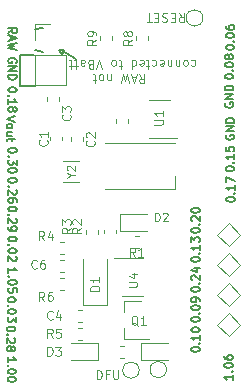
<source format=gbr>
G04 #@! TF.GenerationSoftware,KiCad,Pcbnew,(5.1.10)-1*
G04 #@! TF.CreationDate,2021-09-27T22:25:22-06:00*
G04 #@! TF.ProjectId,BlueMicro833_vddh,426c7565-4d69-4637-926f-3833335f7664,rev?*
G04 #@! TF.SameCoordinates,Original*
G04 #@! TF.FileFunction,Legend,Top*
G04 #@! TF.FilePolarity,Positive*
%FSLAX46Y46*%
G04 Gerber Fmt 4.6, Leading zero omitted, Abs format (unit mm)*
G04 Created by KiCad (PCBNEW (5.1.10)-1) date 2021-09-27 22:25:22*
%MOMM*%
%LPD*%
G01*
G04 APERTURE LIST*
%ADD10C,0.200000*%
%ADD11C,0.150000*%
%ADD12C,0.100000*%
%ADD13C,0.120000*%
G04 APERTURE END LIST*
D10*
X97197533Y-113368775D02*
X96562533Y-113241775D01*
D11*
X95292533Y-116289775D02*
X96562533Y-116289775D01*
X95292533Y-113622775D02*
X95292533Y-116289775D01*
D10*
X98975533Y-113241775D02*
X98848533Y-113622775D01*
X98594533Y-113241775D02*
X98975533Y-113241775D01*
X98594533Y-113241775D02*
X98848533Y-113622775D01*
X98721533Y-113241775D02*
X99991533Y-114003775D01*
D12*
X105371104Y-115292989D02*
X105621104Y-115650132D01*
X105799675Y-115292989D02*
X105799675Y-116042989D01*
X105513961Y-116042989D01*
X105442532Y-116007275D01*
X105406818Y-115971560D01*
X105371104Y-115900132D01*
X105371104Y-115792989D01*
X105406818Y-115721560D01*
X105442532Y-115685846D01*
X105513961Y-115650132D01*
X105799675Y-115650132D01*
X105085390Y-115507275D02*
X104728247Y-115507275D01*
X105156818Y-115292989D02*
X104906818Y-116042989D01*
X104656818Y-115292989D01*
X104478247Y-116042989D02*
X104299675Y-115292989D01*
X104156818Y-115828703D01*
X104013961Y-115292989D01*
X103835390Y-116042989D01*
X102978247Y-115792989D02*
X102978247Y-115292989D01*
X102978247Y-115721560D02*
X102942532Y-115757275D01*
X102871104Y-115792989D01*
X102763961Y-115792989D01*
X102692532Y-115757275D01*
X102656818Y-115685846D01*
X102656818Y-115292989D01*
X102192532Y-115292989D02*
X102263961Y-115328703D01*
X102299675Y-115364417D01*
X102335390Y-115435846D01*
X102335390Y-115650132D01*
X102299675Y-115721560D01*
X102263961Y-115757275D01*
X102192532Y-115792989D01*
X102085390Y-115792989D01*
X102013961Y-115757275D01*
X101978247Y-115721560D01*
X101942532Y-115650132D01*
X101942532Y-115435846D01*
X101978247Y-115364417D01*
X102013961Y-115328703D01*
X102085390Y-115292989D01*
X102192532Y-115292989D01*
X101728247Y-115792989D02*
X101442532Y-115792989D01*
X101621104Y-116042989D02*
X101621104Y-115400132D01*
X101585390Y-115328703D01*
X101513961Y-115292989D01*
X101442532Y-115292989D01*
X109763961Y-114103703D02*
X109835390Y-114067989D01*
X109978247Y-114067989D01*
X110049675Y-114103703D01*
X110085390Y-114139417D01*
X110121104Y-114210846D01*
X110121104Y-114425132D01*
X110085390Y-114496560D01*
X110049675Y-114532275D01*
X109978247Y-114567989D01*
X109835390Y-114567989D01*
X109763961Y-114532275D01*
X109335390Y-114067989D02*
X109406818Y-114103703D01*
X109442533Y-114139417D01*
X109478247Y-114210846D01*
X109478247Y-114425132D01*
X109442533Y-114496560D01*
X109406818Y-114532275D01*
X109335390Y-114567989D01*
X109228247Y-114567989D01*
X109156818Y-114532275D01*
X109121104Y-114496560D01*
X109085390Y-114425132D01*
X109085390Y-114210846D01*
X109121104Y-114139417D01*
X109156818Y-114103703D01*
X109228247Y-114067989D01*
X109335390Y-114067989D01*
X108763961Y-114567989D02*
X108763961Y-114067989D01*
X108763961Y-114496560D02*
X108728247Y-114532275D01*
X108656818Y-114567989D01*
X108549675Y-114567989D01*
X108478247Y-114532275D01*
X108442533Y-114460846D01*
X108442533Y-114067989D01*
X108085390Y-114567989D02*
X108085390Y-114067989D01*
X108085390Y-114496560D02*
X108049675Y-114532275D01*
X107978247Y-114567989D01*
X107871104Y-114567989D01*
X107799675Y-114532275D01*
X107763961Y-114460846D01*
X107763961Y-114067989D01*
X107121104Y-114103703D02*
X107192533Y-114067989D01*
X107335390Y-114067989D01*
X107406818Y-114103703D01*
X107442533Y-114175132D01*
X107442533Y-114460846D01*
X107406818Y-114532275D01*
X107335390Y-114567989D01*
X107192533Y-114567989D01*
X107121104Y-114532275D01*
X107085390Y-114460846D01*
X107085390Y-114389417D01*
X107442533Y-114317989D01*
X106442533Y-114103703D02*
X106513961Y-114067989D01*
X106656818Y-114067989D01*
X106728247Y-114103703D01*
X106763961Y-114139417D01*
X106799675Y-114210846D01*
X106799675Y-114425132D01*
X106763961Y-114496560D01*
X106728247Y-114532275D01*
X106656818Y-114567989D01*
X106513961Y-114567989D01*
X106442533Y-114532275D01*
X106228247Y-114567989D02*
X105942533Y-114567989D01*
X106121104Y-114817989D02*
X106121104Y-114175132D01*
X106085390Y-114103703D01*
X106013961Y-114067989D01*
X105942533Y-114067989D01*
X105406818Y-114103703D02*
X105478247Y-114067989D01*
X105621104Y-114067989D01*
X105692533Y-114103703D01*
X105728247Y-114175132D01*
X105728247Y-114460846D01*
X105692533Y-114532275D01*
X105621104Y-114567989D01*
X105478247Y-114567989D01*
X105406818Y-114532275D01*
X105371104Y-114460846D01*
X105371104Y-114389417D01*
X105728247Y-114317989D01*
X104728247Y-114067989D02*
X104728247Y-114817989D01*
X104728247Y-114103703D02*
X104799675Y-114067989D01*
X104942533Y-114067989D01*
X105013961Y-114103703D01*
X105049675Y-114139417D01*
X105085390Y-114210846D01*
X105085390Y-114425132D01*
X105049675Y-114496560D01*
X105013961Y-114532275D01*
X104942533Y-114567989D01*
X104799675Y-114567989D01*
X104728247Y-114532275D01*
X103906818Y-114567989D02*
X103621104Y-114567989D01*
X103799675Y-114817989D02*
X103799675Y-114175132D01*
X103763961Y-114103703D01*
X103692533Y-114067989D01*
X103621104Y-114067989D01*
X103263961Y-114067989D02*
X103335390Y-114103703D01*
X103371104Y-114139417D01*
X103406818Y-114210846D01*
X103406818Y-114425132D01*
X103371104Y-114496560D01*
X103335390Y-114532275D01*
X103263961Y-114567989D01*
X103156818Y-114567989D01*
X103085390Y-114532275D01*
X103049675Y-114496560D01*
X103013961Y-114425132D01*
X103013961Y-114210846D01*
X103049675Y-114139417D01*
X103085390Y-114103703D01*
X103156818Y-114067989D01*
X103263961Y-114067989D01*
X102228247Y-114817989D02*
X101978247Y-114067989D01*
X101728247Y-114817989D01*
X101228247Y-114460846D02*
X101121104Y-114425132D01*
X101085390Y-114389417D01*
X101049675Y-114317989D01*
X101049675Y-114210846D01*
X101085390Y-114139417D01*
X101121104Y-114103703D01*
X101192533Y-114067989D01*
X101478247Y-114067989D01*
X101478247Y-114817989D01*
X101228247Y-114817989D01*
X101156818Y-114782275D01*
X101121104Y-114746560D01*
X101085390Y-114675132D01*
X101085390Y-114603703D01*
X101121104Y-114532275D01*
X101156818Y-114496560D01*
X101228247Y-114460846D01*
X101478247Y-114460846D01*
X100406818Y-114067989D02*
X100406818Y-114460846D01*
X100442533Y-114532275D01*
X100513961Y-114567989D01*
X100656818Y-114567989D01*
X100728247Y-114532275D01*
X100406818Y-114103703D02*
X100478247Y-114067989D01*
X100656818Y-114067989D01*
X100728247Y-114103703D01*
X100763961Y-114175132D01*
X100763961Y-114246560D01*
X100728247Y-114317989D01*
X100656818Y-114353703D01*
X100478247Y-114353703D01*
X100406818Y-114389417D01*
X100156818Y-114567989D02*
X99871104Y-114567989D01*
X100049675Y-114817989D02*
X100049675Y-114175132D01*
X100013961Y-114103703D01*
X99942533Y-114067989D01*
X99871104Y-114067989D01*
X99728247Y-114567989D02*
X99442533Y-114567989D01*
X99621104Y-114817989D02*
X99621104Y-114175132D01*
X99585390Y-114103703D01*
X99513961Y-114067989D01*
X99442533Y-114067989D01*
D10*
X97197533Y-111336775D02*
X96562533Y-111463775D01*
D11*
X95292533Y-113622775D02*
X96435533Y-113622775D01*
D12*
X101773218Y-141089260D02*
X101773218Y-140339260D01*
X101951790Y-140339260D01*
X102058933Y-140374975D01*
X102130361Y-140446403D01*
X102166075Y-140517832D01*
X102201790Y-140660689D01*
X102201790Y-140767832D01*
X102166075Y-140910689D01*
X102130361Y-140982117D01*
X102058933Y-141053546D01*
X101951790Y-141089260D01*
X101773218Y-141089260D01*
X102773218Y-140696403D02*
X102523218Y-140696403D01*
X102523218Y-141089260D02*
X102523218Y-140339260D01*
X102880361Y-140339260D01*
X103166075Y-140339260D02*
X103166075Y-140946403D01*
X103201790Y-141017832D01*
X103237504Y-141053546D01*
X103308933Y-141089260D01*
X103451790Y-141089260D01*
X103523218Y-141053546D01*
X103558933Y-141017832D01*
X103594647Y-140946403D01*
X103594647Y-140339260D01*
X108700818Y-110108489D02*
X108950818Y-110465632D01*
X109129390Y-110108489D02*
X109129390Y-110858489D01*
X108843675Y-110858489D01*
X108772247Y-110822775D01*
X108736533Y-110787060D01*
X108700818Y-110715632D01*
X108700818Y-110608489D01*
X108736533Y-110537060D01*
X108772247Y-110501346D01*
X108843675Y-110465632D01*
X109129390Y-110465632D01*
X108379390Y-110501346D02*
X108129390Y-110501346D01*
X108022247Y-110108489D02*
X108379390Y-110108489D01*
X108379390Y-110858489D01*
X108022247Y-110858489D01*
X107736533Y-110144203D02*
X107629390Y-110108489D01*
X107450818Y-110108489D01*
X107379390Y-110144203D01*
X107343675Y-110179917D01*
X107307961Y-110251346D01*
X107307961Y-110322775D01*
X107343675Y-110394203D01*
X107379390Y-110429917D01*
X107450818Y-110465632D01*
X107593675Y-110501346D01*
X107665104Y-110537060D01*
X107700818Y-110572775D01*
X107736533Y-110644203D01*
X107736533Y-110715632D01*
X107700818Y-110787060D01*
X107665104Y-110822775D01*
X107593675Y-110858489D01*
X107415104Y-110858489D01*
X107307961Y-110822775D01*
X106986533Y-110501346D02*
X106736533Y-110501346D01*
X106629390Y-110108489D02*
X106986533Y-110108489D01*
X106986533Y-110858489D01*
X106629390Y-110858489D01*
X106415104Y-110858489D02*
X105986533Y-110858489D01*
X106200818Y-110108489D02*
X106200818Y-110858489D01*
D13*
X103393133Y-119402155D02*
X103393133Y-119120995D01*
X104413133Y-119402155D02*
X104413133Y-119120995D01*
X102477133Y-121070775D02*
X108377133Y-121070775D01*
X102477133Y-124970775D02*
X108377133Y-124970775D01*
X108377133Y-124970775D02*
X108377133Y-123895775D01*
X101832033Y-138033775D02*
X99547033Y-138033775D01*
X101832033Y-139503775D02*
X101832033Y-138033775D01*
X99547033Y-139503775D02*
X101832033Y-139503775D01*
X103713533Y-128581775D02*
X105998533Y-128581775D01*
X103713533Y-127111775D02*
X103713533Y-128581775D01*
X105998533Y-127111775D02*
X103713533Y-127111775D01*
X100285533Y-124403775D02*
X98935533Y-124403775D01*
X100285533Y-122653775D02*
X98935533Y-122653775D01*
X105717533Y-130808775D02*
X103267533Y-130808775D01*
X103917533Y-134028775D02*
X105717533Y-134028775D01*
X105517034Y-139503775D02*
X107802034Y-139503775D01*
X105517034Y-138033775D02*
X105517034Y-139503775D01*
X107802034Y-138033775D02*
X105517034Y-138033775D01*
X98850533Y-120897554D02*
X98850533Y-120571996D01*
X97830533Y-120897554D02*
X97830533Y-120571996D01*
X99608533Y-120597497D02*
X99608533Y-120923055D01*
X100628533Y-120597497D02*
X100628533Y-120923055D01*
X98596533Y-117570054D02*
X98596533Y-117244496D01*
X97576533Y-117570054D02*
X97576533Y-117244496D01*
X100509812Y-136230775D02*
X100184254Y-136230775D01*
X100509812Y-135210775D02*
X100184254Y-135210775D01*
X98685754Y-131019775D02*
X99011312Y-131019775D01*
X98685754Y-132039775D02*
X99011312Y-132039775D01*
X105010254Y-128987775D02*
X105335812Y-128987775D01*
X105010254Y-130007775D02*
X105335812Y-130007775D01*
X102402533Y-128771554D02*
X102402533Y-128445996D01*
X103422533Y-128771554D02*
X103422533Y-128445996D01*
X101898533Y-128797060D02*
X101898533Y-128471502D01*
X100878533Y-128797060D02*
X100878533Y-128471502D01*
X99011312Y-129495775D02*
X98685754Y-129495775D01*
X99011312Y-130515775D02*
X98685754Y-130515775D01*
X100509812Y-137754775D02*
X100184254Y-137754775D01*
X100509812Y-136734775D02*
X100184254Y-136734775D01*
X98685754Y-133563775D02*
X99011312Y-133563775D01*
X98685754Y-132543775D02*
X99011312Y-132543775D01*
X104091312Y-138258775D02*
X103765754Y-138258775D01*
X104091312Y-139278775D02*
X103765754Y-139278775D01*
X100642533Y-134796775D02*
X100642533Y-130896775D01*
X102642533Y-134796775D02*
X102642533Y-130896775D01*
X100642533Y-134796775D02*
X102642533Y-134796775D01*
X104057533Y-134521775D02*
X105517533Y-134521775D01*
X104057533Y-137681775D02*
X106217533Y-137681775D01*
X104057533Y-137681775D02*
X104057533Y-136751775D01*
X104057533Y-134521775D02*
X104057533Y-135451775D01*
X107676533Y-140292775D02*
G75*
G03*
X107676533Y-140292775I-700000J0D01*
G01*
X105365133Y-140343575D02*
G75*
G03*
X105365133Y-140343575I-700000J0D01*
G01*
X110749933Y-110523975D02*
G75*
G03*
X110749933Y-110523975I-700000J0D01*
G01*
X111955584Y-133942775D02*
X112945533Y-132952826D01*
X112945533Y-132952826D02*
X113935482Y-133942775D01*
X113935482Y-133942775D02*
X112945533Y-134932724D01*
X112945533Y-134932724D02*
X111955584Y-133942775D01*
X112945533Y-137472724D02*
X111955584Y-136482775D01*
X113935482Y-136482775D02*
X112945533Y-137472724D01*
X112945533Y-135492826D02*
X113935482Y-136482775D01*
X111955584Y-136482775D02*
X112945533Y-135492826D01*
X112945533Y-129852724D02*
X111955584Y-128862775D01*
X113935482Y-128862775D02*
X112945533Y-129852724D01*
X112945533Y-127872826D02*
X113935482Y-128862775D01*
X111955584Y-128862775D02*
X112945533Y-127872826D01*
X111955584Y-131402775D02*
X112945533Y-130412826D01*
X112945533Y-130412826D02*
X113935482Y-131402775D01*
X113935482Y-131402775D02*
X112945533Y-132392724D01*
X112945533Y-132392724D02*
X111955584Y-131402775D01*
X106089533Y-112388554D02*
X106089533Y-112062996D01*
X105069533Y-112388554D02*
X105069533Y-112062996D01*
X102021533Y-112388554D02*
X102021533Y-112062996D01*
X103041533Y-112388554D02*
X103041533Y-112062996D01*
X106152733Y-120719175D02*
X108602733Y-120719175D01*
X107952733Y-117499175D02*
X106152733Y-117499175D01*
X96502533Y-111022775D02*
X97832533Y-111022775D01*
X96502533Y-112352775D02*
X96502533Y-111022775D01*
X96502533Y-113622775D02*
X99162533Y-113622775D01*
X99162533Y-113622775D02*
X99162533Y-116222775D01*
X96502533Y-113622775D02*
X96502533Y-116222775D01*
X96502533Y-116222775D02*
X99162533Y-116222775D01*
D11*
X94277366Y-111805941D02*
X94610699Y-111572608D01*
X94277366Y-111405941D02*
X94977366Y-111405941D01*
X94977366Y-111672608D01*
X94944033Y-111739275D01*
X94910699Y-111772608D01*
X94844033Y-111805941D01*
X94744033Y-111805941D01*
X94677366Y-111772608D01*
X94644033Y-111739275D01*
X94610699Y-111672608D01*
X94610699Y-111405941D01*
X94477366Y-112072608D02*
X94477366Y-112405941D01*
X94277366Y-112005941D02*
X94977366Y-112239275D01*
X94277366Y-112472608D01*
X94977366Y-112639275D02*
X94277366Y-112805941D01*
X94777366Y-112939275D01*
X94277366Y-113072608D01*
X94977366Y-113239275D01*
X94944033Y-114295941D02*
X94977366Y-114229275D01*
X94977366Y-114129275D01*
X94944033Y-114029275D01*
X94877366Y-113962608D01*
X94810699Y-113929275D01*
X94677366Y-113895941D01*
X94577366Y-113895941D01*
X94444033Y-113929275D01*
X94377366Y-113962608D01*
X94310699Y-114029275D01*
X94277366Y-114129275D01*
X94277366Y-114195941D01*
X94310699Y-114295941D01*
X94344033Y-114329275D01*
X94577366Y-114329275D01*
X94577366Y-114195941D01*
X94277366Y-114629275D02*
X94977366Y-114629275D01*
X94277366Y-115029275D01*
X94977366Y-115029275D01*
X94277366Y-115362608D02*
X94977366Y-115362608D01*
X94977366Y-115529275D01*
X94944033Y-115629275D01*
X94877366Y-115695941D01*
X94810699Y-115729275D01*
X94677366Y-115762608D01*
X94577366Y-115762608D01*
X94444033Y-115729275D01*
X94377366Y-115695941D01*
X94310699Y-115629275D01*
X94277366Y-115529275D01*
X94277366Y-115362608D01*
X94977366Y-116566108D02*
X94977366Y-116632775D01*
X94944033Y-116699441D01*
X94910699Y-116732775D01*
X94844033Y-116766108D01*
X94710699Y-116799441D01*
X94544033Y-116799441D01*
X94410699Y-116766108D01*
X94344033Y-116732775D01*
X94310699Y-116699441D01*
X94277366Y-116632775D01*
X94277366Y-116566108D01*
X94310699Y-116499441D01*
X94344033Y-116466108D01*
X94410699Y-116432775D01*
X94544033Y-116399441D01*
X94710699Y-116399441D01*
X94844033Y-116432775D01*
X94910699Y-116466108D01*
X94944033Y-116499441D01*
X94977366Y-116566108D01*
X94344033Y-117099441D02*
X94310699Y-117132775D01*
X94277366Y-117099441D01*
X94310699Y-117066108D01*
X94344033Y-117099441D01*
X94277366Y-117099441D01*
X94277366Y-117799441D02*
X94277366Y-117399441D01*
X94277366Y-117599441D02*
X94977366Y-117599441D01*
X94877366Y-117532775D01*
X94810699Y-117466108D01*
X94777366Y-117399441D01*
X94677366Y-118199441D02*
X94710699Y-118132775D01*
X94744033Y-118099441D01*
X94810699Y-118066108D01*
X94844033Y-118066108D01*
X94910699Y-118099441D01*
X94944033Y-118132775D01*
X94977366Y-118199441D01*
X94977366Y-118332775D01*
X94944033Y-118399441D01*
X94910699Y-118432775D01*
X94844033Y-118466108D01*
X94810699Y-118466108D01*
X94744033Y-118432775D01*
X94710699Y-118399441D01*
X94677366Y-118332775D01*
X94677366Y-118199441D01*
X94644033Y-118132775D01*
X94610699Y-118099441D01*
X94544033Y-118066108D01*
X94410699Y-118066108D01*
X94344033Y-118099441D01*
X94310699Y-118132775D01*
X94277366Y-118199441D01*
X94277366Y-118332775D01*
X94310699Y-118399441D01*
X94344033Y-118432775D01*
X94410699Y-118466108D01*
X94544033Y-118466108D01*
X94610699Y-118432775D01*
X94644033Y-118399441D01*
X94677366Y-118332775D01*
X94850366Y-118842608D02*
X94150366Y-119075941D01*
X94850366Y-119309275D01*
X94150366Y-119642608D02*
X94183699Y-119575941D01*
X94217033Y-119542608D01*
X94283699Y-119509275D01*
X94483699Y-119509275D01*
X94550366Y-119542608D01*
X94583699Y-119575941D01*
X94617033Y-119642608D01*
X94617033Y-119742608D01*
X94583699Y-119809275D01*
X94550366Y-119842608D01*
X94483699Y-119875941D01*
X94283699Y-119875941D01*
X94217033Y-119842608D01*
X94183699Y-119809275D01*
X94150366Y-119742608D01*
X94150366Y-119642608D01*
X94617033Y-120475941D02*
X94150366Y-120475941D01*
X94617033Y-120175941D02*
X94250366Y-120175941D01*
X94183699Y-120209275D01*
X94150366Y-120275941D01*
X94150366Y-120375941D01*
X94183699Y-120442608D01*
X94217033Y-120475941D01*
X94617033Y-120709275D02*
X94617033Y-120975941D01*
X94850366Y-120809275D02*
X94250366Y-120809275D01*
X94183699Y-120842608D01*
X94150366Y-120909275D01*
X94150366Y-120975941D01*
X94977366Y-121709608D02*
X94977366Y-121776275D01*
X94944033Y-121842941D01*
X94910699Y-121876275D01*
X94844033Y-121909608D01*
X94710699Y-121942941D01*
X94544033Y-121942941D01*
X94410699Y-121909608D01*
X94344033Y-121876275D01*
X94310699Y-121842941D01*
X94277366Y-121776275D01*
X94277366Y-121709608D01*
X94310699Y-121642941D01*
X94344033Y-121609608D01*
X94410699Y-121576275D01*
X94544033Y-121542941D01*
X94710699Y-121542941D01*
X94844033Y-121576275D01*
X94910699Y-121609608D01*
X94944033Y-121642941D01*
X94977366Y-121709608D01*
X94344033Y-122242941D02*
X94310699Y-122276275D01*
X94277366Y-122242941D01*
X94310699Y-122209608D01*
X94344033Y-122242941D01*
X94277366Y-122242941D01*
X94977366Y-122509608D02*
X94977366Y-122942941D01*
X94710699Y-122709608D01*
X94710699Y-122809608D01*
X94677366Y-122876275D01*
X94644033Y-122909608D01*
X94577366Y-122942941D01*
X94410699Y-122942941D01*
X94344033Y-122909608D01*
X94310699Y-122876275D01*
X94277366Y-122809608D01*
X94277366Y-122609608D01*
X94310699Y-122542941D01*
X94344033Y-122509608D01*
X94977366Y-123376275D02*
X94977366Y-123442941D01*
X94944033Y-123509608D01*
X94910699Y-123542941D01*
X94844033Y-123576275D01*
X94710699Y-123609608D01*
X94544033Y-123609608D01*
X94410699Y-123576275D01*
X94344033Y-123542941D01*
X94310699Y-123509608D01*
X94277366Y-123442941D01*
X94277366Y-123376275D01*
X94310699Y-123309608D01*
X94344033Y-123276275D01*
X94410699Y-123242941D01*
X94544033Y-123209608D01*
X94710699Y-123209608D01*
X94844033Y-123242941D01*
X94910699Y-123276275D01*
X94944033Y-123309608D01*
X94977366Y-123376275D01*
X94977366Y-124249608D02*
X94977366Y-124316275D01*
X94944033Y-124382941D01*
X94910699Y-124416275D01*
X94844033Y-124449608D01*
X94710699Y-124482941D01*
X94544033Y-124482941D01*
X94410699Y-124449608D01*
X94344033Y-124416275D01*
X94310699Y-124382941D01*
X94277366Y-124316275D01*
X94277366Y-124249608D01*
X94310699Y-124182941D01*
X94344033Y-124149608D01*
X94410699Y-124116275D01*
X94544033Y-124082941D01*
X94710699Y-124082941D01*
X94844033Y-124116275D01*
X94910699Y-124149608D01*
X94944033Y-124182941D01*
X94977366Y-124249608D01*
X94344033Y-124782941D02*
X94310699Y-124816275D01*
X94277366Y-124782941D01*
X94310699Y-124749608D01*
X94344033Y-124782941D01*
X94277366Y-124782941D01*
X94910699Y-125082941D02*
X94944033Y-125116275D01*
X94977366Y-125182941D01*
X94977366Y-125349608D01*
X94944033Y-125416275D01*
X94910699Y-125449608D01*
X94844033Y-125482941D01*
X94777366Y-125482941D01*
X94677366Y-125449608D01*
X94277366Y-125049608D01*
X94277366Y-125482941D01*
X94977366Y-126082941D02*
X94977366Y-125949608D01*
X94944033Y-125882941D01*
X94910699Y-125849608D01*
X94810699Y-125782941D01*
X94677366Y-125749608D01*
X94410699Y-125749608D01*
X94344033Y-125782941D01*
X94310699Y-125816275D01*
X94277366Y-125882941D01*
X94277366Y-126016275D01*
X94310699Y-126082941D01*
X94344033Y-126116275D01*
X94410699Y-126149608D01*
X94577366Y-126149608D01*
X94644033Y-126116275D01*
X94677366Y-126082941D01*
X94710699Y-126016275D01*
X94710699Y-125882941D01*
X94677366Y-125816275D01*
X94644033Y-125782941D01*
X94577366Y-125749608D01*
X94977366Y-129202608D02*
X94977366Y-129269275D01*
X94944033Y-129335941D01*
X94910699Y-129369275D01*
X94844033Y-129402608D01*
X94710699Y-129435941D01*
X94544033Y-129435941D01*
X94410699Y-129402608D01*
X94344033Y-129369275D01*
X94310699Y-129335941D01*
X94277366Y-129269275D01*
X94277366Y-129202608D01*
X94310699Y-129135941D01*
X94344033Y-129102608D01*
X94410699Y-129069275D01*
X94544033Y-129035941D01*
X94710699Y-129035941D01*
X94844033Y-129069275D01*
X94910699Y-129102608D01*
X94944033Y-129135941D01*
X94977366Y-129202608D01*
X94344033Y-129735941D02*
X94310699Y-129769275D01*
X94277366Y-129735941D01*
X94310699Y-129702608D01*
X94344033Y-129735941D01*
X94277366Y-129735941D01*
X94977366Y-130202608D02*
X94977366Y-130269275D01*
X94944033Y-130335941D01*
X94910699Y-130369275D01*
X94844033Y-130402608D01*
X94710699Y-130435941D01*
X94544033Y-130435941D01*
X94410699Y-130402608D01*
X94344033Y-130369275D01*
X94310699Y-130335941D01*
X94277366Y-130269275D01*
X94277366Y-130202608D01*
X94310699Y-130135941D01*
X94344033Y-130102608D01*
X94410699Y-130069275D01*
X94544033Y-130035941D01*
X94710699Y-130035941D01*
X94844033Y-130069275D01*
X94910699Y-130102608D01*
X94944033Y-130135941D01*
X94977366Y-130202608D01*
X94910699Y-130702608D02*
X94944033Y-130735941D01*
X94977366Y-130802608D01*
X94977366Y-130969275D01*
X94944033Y-131035941D01*
X94910699Y-131069275D01*
X94844033Y-131102608D01*
X94777366Y-131102608D01*
X94677366Y-131069275D01*
X94277366Y-130669275D01*
X94277366Y-131102608D01*
X94977366Y-126662608D02*
X94977366Y-126729275D01*
X94944033Y-126795941D01*
X94910699Y-126829275D01*
X94844033Y-126862608D01*
X94710699Y-126895941D01*
X94544033Y-126895941D01*
X94410699Y-126862608D01*
X94344033Y-126829275D01*
X94310699Y-126795941D01*
X94277366Y-126729275D01*
X94277366Y-126662608D01*
X94310699Y-126595941D01*
X94344033Y-126562608D01*
X94410699Y-126529275D01*
X94544033Y-126495941D01*
X94710699Y-126495941D01*
X94844033Y-126529275D01*
X94910699Y-126562608D01*
X94944033Y-126595941D01*
X94977366Y-126662608D01*
X94344033Y-127195941D02*
X94310699Y-127229275D01*
X94277366Y-127195941D01*
X94310699Y-127162608D01*
X94344033Y-127195941D01*
X94277366Y-127195941D01*
X94910699Y-127495941D02*
X94944033Y-127529275D01*
X94977366Y-127595941D01*
X94977366Y-127762608D01*
X94944033Y-127829275D01*
X94910699Y-127862608D01*
X94844033Y-127895941D01*
X94777366Y-127895941D01*
X94677366Y-127862608D01*
X94277366Y-127462608D01*
X94277366Y-127895941D01*
X94277366Y-128229275D02*
X94277366Y-128362608D01*
X94310699Y-128429275D01*
X94344033Y-128462608D01*
X94444033Y-128529275D01*
X94577366Y-128562608D01*
X94844033Y-128562608D01*
X94910699Y-128529275D01*
X94944033Y-128495941D01*
X94977366Y-128429275D01*
X94977366Y-128295941D01*
X94944033Y-128229275D01*
X94910699Y-128195941D01*
X94844033Y-128162608D01*
X94677366Y-128162608D01*
X94610699Y-128195941D01*
X94577366Y-128229275D01*
X94544033Y-128295941D01*
X94544033Y-128429275D01*
X94577366Y-128495941D01*
X94610699Y-128529275D01*
X94677366Y-128562608D01*
X94277366Y-132102941D02*
X94277366Y-131702941D01*
X94277366Y-131902941D02*
X94977366Y-131902941D01*
X94877366Y-131836275D01*
X94810699Y-131769608D01*
X94777366Y-131702941D01*
X94344033Y-132402941D02*
X94310699Y-132436275D01*
X94277366Y-132402941D01*
X94310699Y-132369608D01*
X94344033Y-132402941D01*
X94277366Y-132402941D01*
X94977366Y-132869608D02*
X94977366Y-132936275D01*
X94944033Y-133002941D01*
X94910699Y-133036275D01*
X94844033Y-133069608D01*
X94710699Y-133102941D01*
X94544033Y-133102941D01*
X94410699Y-133069608D01*
X94344033Y-133036275D01*
X94310699Y-133002941D01*
X94277366Y-132936275D01*
X94277366Y-132869608D01*
X94310699Y-132802941D01*
X94344033Y-132769608D01*
X94410699Y-132736275D01*
X94544033Y-132702941D01*
X94710699Y-132702941D01*
X94844033Y-132736275D01*
X94910699Y-132769608D01*
X94944033Y-132802941D01*
X94977366Y-132869608D01*
X94977366Y-133736275D02*
X94977366Y-133402941D01*
X94644033Y-133369608D01*
X94677366Y-133402941D01*
X94710699Y-133469608D01*
X94710699Y-133636275D01*
X94677366Y-133702941D01*
X94644033Y-133736275D01*
X94577366Y-133769608D01*
X94410699Y-133769608D01*
X94344033Y-133736275D01*
X94310699Y-133702941D01*
X94277366Y-133636275D01*
X94277366Y-133469608D01*
X94310699Y-133402941D01*
X94344033Y-133369608D01*
X94913866Y-134346108D02*
X94913866Y-134412775D01*
X94880533Y-134479441D01*
X94847199Y-134512775D01*
X94780533Y-134546108D01*
X94647199Y-134579441D01*
X94480533Y-134579441D01*
X94347199Y-134546108D01*
X94280533Y-134512775D01*
X94247199Y-134479441D01*
X94213866Y-134412775D01*
X94213866Y-134346108D01*
X94247199Y-134279441D01*
X94280533Y-134246108D01*
X94347199Y-134212775D01*
X94480533Y-134179441D01*
X94647199Y-134179441D01*
X94780533Y-134212775D01*
X94847199Y-134246108D01*
X94880533Y-134279441D01*
X94913866Y-134346108D01*
X94280533Y-134879441D02*
X94247199Y-134912775D01*
X94213866Y-134879441D01*
X94247199Y-134846108D01*
X94280533Y-134879441D01*
X94213866Y-134879441D01*
X94913866Y-135346108D02*
X94913866Y-135412775D01*
X94880533Y-135479441D01*
X94847199Y-135512775D01*
X94780533Y-135546108D01*
X94647199Y-135579441D01*
X94480533Y-135579441D01*
X94347199Y-135546108D01*
X94280533Y-135512775D01*
X94247199Y-135479441D01*
X94213866Y-135412775D01*
X94213866Y-135346108D01*
X94247199Y-135279441D01*
X94280533Y-135246108D01*
X94347199Y-135212775D01*
X94480533Y-135179441D01*
X94647199Y-135179441D01*
X94780533Y-135212775D01*
X94847199Y-135246108D01*
X94880533Y-135279441D01*
X94913866Y-135346108D01*
X94913866Y-135812775D02*
X94913866Y-136246108D01*
X94647199Y-136012775D01*
X94647199Y-136112775D01*
X94613866Y-136179441D01*
X94580533Y-136212775D01*
X94513866Y-136246108D01*
X94347199Y-136246108D01*
X94280533Y-136212775D01*
X94247199Y-136179441D01*
X94213866Y-136112775D01*
X94213866Y-135912775D01*
X94247199Y-135846108D01*
X94280533Y-135812775D01*
X94850366Y-136822608D02*
X94850366Y-136889275D01*
X94817033Y-136955941D01*
X94783699Y-136989275D01*
X94717033Y-137022608D01*
X94583699Y-137055941D01*
X94417033Y-137055941D01*
X94283699Y-137022608D01*
X94217033Y-136989275D01*
X94183699Y-136955941D01*
X94150366Y-136889275D01*
X94150366Y-136822608D01*
X94183699Y-136755941D01*
X94217033Y-136722608D01*
X94283699Y-136689275D01*
X94417033Y-136655941D01*
X94583699Y-136655941D01*
X94717033Y-136689275D01*
X94783699Y-136722608D01*
X94817033Y-136755941D01*
X94850366Y-136822608D01*
X94217033Y-137355941D02*
X94183699Y-137389275D01*
X94150366Y-137355941D01*
X94183699Y-137322608D01*
X94217033Y-137355941D01*
X94150366Y-137355941D01*
X94783699Y-137655941D02*
X94817033Y-137689275D01*
X94850366Y-137755941D01*
X94850366Y-137922608D01*
X94817033Y-137989275D01*
X94783699Y-138022608D01*
X94717033Y-138055941D01*
X94650366Y-138055941D01*
X94550366Y-138022608D01*
X94150366Y-137622608D01*
X94150366Y-138055941D01*
X94550366Y-138455941D02*
X94583699Y-138389275D01*
X94617033Y-138355941D01*
X94683699Y-138322608D01*
X94717033Y-138322608D01*
X94783699Y-138355941D01*
X94817033Y-138389275D01*
X94850366Y-138455941D01*
X94850366Y-138589275D01*
X94817033Y-138655941D01*
X94783699Y-138689275D01*
X94717033Y-138722608D01*
X94683699Y-138722608D01*
X94617033Y-138689275D01*
X94583699Y-138655941D01*
X94550366Y-138589275D01*
X94550366Y-138455941D01*
X94517033Y-138389275D01*
X94483699Y-138355941D01*
X94417033Y-138322608D01*
X94283699Y-138322608D01*
X94217033Y-138355941D01*
X94183699Y-138389275D01*
X94150366Y-138455941D01*
X94150366Y-138589275D01*
X94183699Y-138655941D01*
X94217033Y-138689275D01*
X94283699Y-138722608D01*
X94417033Y-138722608D01*
X94483699Y-138689275D01*
X94517033Y-138655941D01*
X94550366Y-138589275D01*
X94213866Y-139659441D02*
X94213866Y-139259441D01*
X94213866Y-139459441D02*
X94913866Y-139459441D01*
X94813866Y-139392775D01*
X94747199Y-139326108D01*
X94713866Y-139259441D01*
X94280533Y-139959441D02*
X94247199Y-139992775D01*
X94213866Y-139959441D01*
X94247199Y-139926108D01*
X94280533Y-139959441D01*
X94213866Y-139959441D01*
X94913866Y-140426108D02*
X94913866Y-140492775D01*
X94880533Y-140559441D01*
X94847199Y-140592775D01*
X94780533Y-140626108D01*
X94647199Y-140659441D01*
X94480533Y-140659441D01*
X94347199Y-140626108D01*
X94280533Y-140592775D01*
X94247199Y-140559441D01*
X94213866Y-140492775D01*
X94213866Y-140426108D01*
X94247199Y-140359441D01*
X94280533Y-140326108D01*
X94347199Y-140292775D01*
X94480533Y-140259441D01*
X94647199Y-140259441D01*
X94780533Y-140292775D01*
X94847199Y-140326108D01*
X94880533Y-140359441D01*
X94913866Y-140426108D01*
X94913866Y-141092775D02*
X94913866Y-141159441D01*
X94880533Y-141226108D01*
X94847199Y-141259441D01*
X94780533Y-141292775D01*
X94647199Y-141326108D01*
X94480533Y-141326108D01*
X94347199Y-141292775D01*
X94280533Y-141259441D01*
X94247199Y-141226108D01*
X94213866Y-141159441D01*
X94213866Y-141092775D01*
X94247199Y-141026108D01*
X94280533Y-140992775D01*
X94347199Y-140959441D01*
X94480533Y-140926108D01*
X94647199Y-140926108D01*
X94780533Y-140959441D01*
X94847199Y-140992775D01*
X94880533Y-141026108D01*
X94913866Y-141092775D01*
X113262199Y-140735608D02*
X113262199Y-141135608D01*
X113262199Y-140935608D02*
X112562199Y-140935608D01*
X112662199Y-141002275D01*
X112728866Y-141068941D01*
X112762199Y-141135608D01*
X113195533Y-140435608D02*
X113228866Y-140402275D01*
X113262199Y-140435608D01*
X113228866Y-140468941D01*
X113195533Y-140435608D01*
X113262199Y-140435608D01*
X112562199Y-139968941D02*
X112562199Y-139902275D01*
X112595533Y-139835608D01*
X112628866Y-139802275D01*
X112695533Y-139768941D01*
X112828866Y-139735608D01*
X112995533Y-139735608D01*
X113128866Y-139768941D01*
X113195533Y-139802275D01*
X113228866Y-139835608D01*
X113262199Y-139902275D01*
X113262199Y-139968941D01*
X113228866Y-140035608D01*
X113195533Y-140068941D01*
X113128866Y-140102275D01*
X112995533Y-140135608D01*
X112828866Y-140135608D01*
X112695533Y-140102275D01*
X112628866Y-140068941D01*
X112595533Y-140035608D01*
X112562199Y-139968941D01*
X112562199Y-139135608D02*
X112562199Y-139268941D01*
X112595533Y-139335608D01*
X112628866Y-139368941D01*
X112728866Y-139435608D01*
X112862199Y-139468941D01*
X113128866Y-139468941D01*
X113195533Y-139435608D01*
X113228866Y-139402275D01*
X113262199Y-139335608D01*
X113262199Y-139202275D01*
X113228866Y-139135608D01*
X113195533Y-139102275D01*
X113128866Y-139068941D01*
X112962199Y-139068941D01*
X112895533Y-139102275D01*
X112862199Y-139135608D01*
X112828866Y-139202275D01*
X112828866Y-139335608D01*
X112862199Y-139402275D01*
X112895533Y-139435608D01*
X112962199Y-139468941D01*
X109768199Y-138619441D02*
X109768199Y-138552775D01*
X109801533Y-138486108D01*
X109834866Y-138452775D01*
X109901533Y-138419441D01*
X110034866Y-138386108D01*
X110201533Y-138386108D01*
X110334866Y-138419441D01*
X110401533Y-138452775D01*
X110434866Y-138486108D01*
X110468199Y-138552775D01*
X110468199Y-138619441D01*
X110434866Y-138686108D01*
X110401533Y-138719441D01*
X110334866Y-138752775D01*
X110201533Y-138786108D01*
X110034866Y-138786108D01*
X109901533Y-138752775D01*
X109834866Y-138719441D01*
X109801533Y-138686108D01*
X109768199Y-138619441D01*
X110401533Y-138086108D02*
X110434866Y-138052775D01*
X110468199Y-138086108D01*
X110434866Y-138119441D01*
X110401533Y-138086108D01*
X110468199Y-138086108D01*
X110468199Y-137386108D02*
X110468199Y-137786108D01*
X110468199Y-137586108D02*
X109768199Y-137586108D01*
X109868199Y-137652775D01*
X109934866Y-137719441D01*
X109968199Y-137786108D01*
X109768199Y-136952775D02*
X109768199Y-136886108D01*
X109801533Y-136819441D01*
X109834866Y-136786108D01*
X109901533Y-136752775D01*
X110034866Y-136719441D01*
X110201533Y-136719441D01*
X110334866Y-136752775D01*
X110401533Y-136786108D01*
X110434866Y-136819441D01*
X110468199Y-136886108D01*
X110468199Y-136952775D01*
X110434866Y-137019441D01*
X110401533Y-137052775D01*
X110334866Y-137086108D01*
X110201533Y-137119441D01*
X110034866Y-137119441D01*
X109901533Y-137086108D01*
X109834866Y-137052775D01*
X109801533Y-137019441D01*
X109768199Y-136952775D01*
X109768199Y-136079441D02*
X109768199Y-136012775D01*
X109801533Y-135946108D01*
X109834866Y-135912775D01*
X109901533Y-135879441D01*
X110034866Y-135846108D01*
X110201533Y-135846108D01*
X110334866Y-135879441D01*
X110401533Y-135912775D01*
X110434866Y-135946108D01*
X110468199Y-136012775D01*
X110468199Y-136079441D01*
X110434866Y-136146108D01*
X110401533Y-136179441D01*
X110334866Y-136212775D01*
X110201533Y-136246108D01*
X110034866Y-136246108D01*
X109901533Y-136212775D01*
X109834866Y-136179441D01*
X109801533Y-136146108D01*
X109768199Y-136079441D01*
X110401533Y-135546108D02*
X110434866Y-135512775D01*
X110468199Y-135546108D01*
X110434866Y-135579441D01*
X110401533Y-135546108D01*
X110468199Y-135546108D01*
X109768199Y-135079441D02*
X109768199Y-135012775D01*
X109801533Y-134946108D01*
X109834866Y-134912775D01*
X109901533Y-134879441D01*
X110034866Y-134846108D01*
X110201533Y-134846108D01*
X110334866Y-134879441D01*
X110401533Y-134912775D01*
X110434866Y-134946108D01*
X110468199Y-135012775D01*
X110468199Y-135079441D01*
X110434866Y-135146108D01*
X110401533Y-135179441D01*
X110334866Y-135212775D01*
X110201533Y-135246108D01*
X110034866Y-135246108D01*
X109901533Y-135212775D01*
X109834866Y-135179441D01*
X109801533Y-135146108D01*
X109768199Y-135079441D01*
X110468199Y-134512775D02*
X110468199Y-134379441D01*
X110434866Y-134312775D01*
X110401533Y-134279441D01*
X110301533Y-134212775D01*
X110168199Y-134179441D01*
X109901533Y-134179441D01*
X109834866Y-134212775D01*
X109801533Y-134246108D01*
X109768199Y-134312775D01*
X109768199Y-134446108D01*
X109801533Y-134512775D01*
X109834866Y-134546108D01*
X109901533Y-134579441D01*
X110068199Y-134579441D01*
X110134866Y-134546108D01*
X110168199Y-134512775D01*
X110201533Y-134446108D01*
X110201533Y-134312775D01*
X110168199Y-134246108D01*
X110134866Y-134212775D01*
X110068199Y-134179441D01*
X109768199Y-133539441D02*
X109768199Y-133472775D01*
X109801533Y-133406108D01*
X109834866Y-133372775D01*
X109901533Y-133339441D01*
X110034866Y-133306108D01*
X110201533Y-133306108D01*
X110334866Y-133339441D01*
X110401533Y-133372775D01*
X110434866Y-133406108D01*
X110468199Y-133472775D01*
X110468199Y-133539441D01*
X110434866Y-133606108D01*
X110401533Y-133639441D01*
X110334866Y-133672775D01*
X110201533Y-133706108D01*
X110034866Y-133706108D01*
X109901533Y-133672775D01*
X109834866Y-133639441D01*
X109801533Y-133606108D01*
X109768199Y-133539441D01*
X110401533Y-133006108D02*
X110434866Y-132972775D01*
X110468199Y-133006108D01*
X110434866Y-133039441D01*
X110401533Y-133006108D01*
X110468199Y-133006108D01*
X109834866Y-132706108D02*
X109801533Y-132672775D01*
X109768199Y-132606108D01*
X109768199Y-132439441D01*
X109801533Y-132372775D01*
X109834866Y-132339441D01*
X109901533Y-132306108D01*
X109968199Y-132306108D01*
X110068199Y-132339441D01*
X110468199Y-132739441D01*
X110468199Y-132306108D01*
X110001533Y-131706108D02*
X110468199Y-131706108D01*
X109734866Y-131872775D02*
X110234866Y-132039441D01*
X110234866Y-131606108D01*
X109768199Y-130999441D02*
X109768199Y-130932775D01*
X109801533Y-130866108D01*
X109834866Y-130832775D01*
X109901533Y-130799441D01*
X110034866Y-130766108D01*
X110201533Y-130766108D01*
X110334866Y-130799441D01*
X110401533Y-130832775D01*
X110434866Y-130866108D01*
X110468199Y-130932775D01*
X110468199Y-130999441D01*
X110434866Y-131066108D01*
X110401533Y-131099441D01*
X110334866Y-131132775D01*
X110201533Y-131166108D01*
X110034866Y-131166108D01*
X109901533Y-131132775D01*
X109834866Y-131099441D01*
X109801533Y-131066108D01*
X109768199Y-130999441D01*
X110401533Y-130466108D02*
X110434866Y-130432775D01*
X110468199Y-130466108D01*
X110434866Y-130499441D01*
X110401533Y-130466108D01*
X110468199Y-130466108D01*
X110468199Y-129766108D02*
X110468199Y-130166108D01*
X110468199Y-129966108D02*
X109768199Y-129966108D01*
X109868199Y-130032775D01*
X109934866Y-130099441D01*
X109968199Y-130166108D01*
X109768199Y-129532775D02*
X109768199Y-129099441D01*
X110034866Y-129332775D01*
X110034866Y-129232775D01*
X110068199Y-129166108D01*
X110101533Y-129132775D01*
X110168199Y-129099441D01*
X110334866Y-129099441D01*
X110401533Y-129132775D01*
X110434866Y-129166108D01*
X110468199Y-129232775D01*
X110468199Y-129432775D01*
X110434866Y-129499441D01*
X110401533Y-129532775D01*
X109768199Y-128522941D02*
X109768199Y-128456275D01*
X109801533Y-128389608D01*
X109834866Y-128356275D01*
X109901533Y-128322941D01*
X110034866Y-128289608D01*
X110201533Y-128289608D01*
X110334866Y-128322941D01*
X110401533Y-128356275D01*
X110434866Y-128389608D01*
X110468199Y-128456275D01*
X110468199Y-128522941D01*
X110434866Y-128589608D01*
X110401533Y-128622941D01*
X110334866Y-128656275D01*
X110201533Y-128689608D01*
X110034866Y-128689608D01*
X109901533Y-128656275D01*
X109834866Y-128622941D01*
X109801533Y-128589608D01*
X109768199Y-128522941D01*
X110401533Y-127989608D02*
X110434866Y-127956275D01*
X110468199Y-127989608D01*
X110434866Y-128022941D01*
X110401533Y-127989608D01*
X110468199Y-127989608D01*
X109834866Y-127689608D02*
X109801533Y-127656275D01*
X109768199Y-127589608D01*
X109768199Y-127422941D01*
X109801533Y-127356275D01*
X109834866Y-127322941D01*
X109901533Y-127289608D01*
X109968199Y-127289608D01*
X110068199Y-127322941D01*
X110468199Y-127722941D01*
X110468199Y-127289608D01*
X109768199Y-126856275D02*
X109768199Y-126789608D01*
X109801533Y-126722941D01*
X109834866Y-126689608D01*
X109901533Y-126656275D01*
X110034866Y-126622941D01*
X110201533Y-126622941D01*
X110334866Y-126656275D01*
X110401533Y-126689608D01*
X110434866Y-126722941D01*
X110468199Y-126789608D01*
X110468199Y-126856275D01*
X110434866Y-126922941D01*
X110401533Y-126956275D01*
X110334866Y-126989608D01*
X110201533Y-127022941D01*
X110034866Y-127022941D01*
X109901533Y-126989608D01*
X109834866Y-126956275D01*
X109801533Y-126922941D01*
X109768199Y-126856275D01*
X112752699Y-125919441D02*
X112752699Y-125852775D01*
X112786033Y-125786108D01*
X112819366Y-125752775D01*
X112886033Y-125719441D01*
X113019366Y-125686108D01*
X113186033Y-125686108D01*
X113319366Y-125719441D01*
X113386033Y-125752775D01*
X113419366Y-125786108D01*
X113452699Y-125852775D01*
X113452699Y-125919441D01*
X113419366Y-125986108D01*
X113386033Y-126019441D01*
X113319366Y-126052775D01*
X113186033Y-126086108D01*
X113019366Y-126086108D01*
X112886033Y-126052775D01*
X112819366Y-126019441D01*
X112786033Y-125986108D01*
X112752699Y-125919441D01*
X113386033Y-125386108D02*
X113419366Y-125352775D01*
X113452699Y-125386108D01*
X113419366Y-125419441D01*
X113386033Y-125386108D01*
X113452699Y-125386108D01*
X113452699Y-124686108D02*
X113452699Y-125086108D01*
X113452699Y-124886108D02*
X112752699Y-124886108D01*
X112852699Y-124952775D01*
X112919366Y-125019441D01*
X112952699Y-125086108D01*
X112752699Y-124452775D02*
X112752699Y-123986108D01*
X113452699Y-124286108D01*
X112689199Y-123315941D02*
X112689199Y-123249275D01*
X112722533Y-123182608D01*
X112755866Y-123149275D01*
X112822533Y-123115941D01*
X112955866Y-123082608D01*
X113122533Y-123082608D01*
X113255866Y-123115941D01*
X113322533Y-123149275D01*
X113355866Y-123182608D01*
X113389199Y-123249275D01*
X113389199Y-123315941D01*
X113355866Y-123382608D01*
X113322533Y-123415941D01*
X113255866Y-123449275D01*
X113122533Y-123482608D01*
X112955866Y-123482608D01*
X112822533Y-123449275D01*
X112755866Y-123415941D01*
X112722533Y-123382608D01*
X112689199Y-123315941D01*
X113322533Y-122782608D02*
X113355866Y-122749275D01*
X113389199Y-122782608D01*
X113355866Y-122815941D01*
X113322533Y-122782608D01*
X113389199Y-122782608D01*
X113389199Y-122082608D02*
X113389199Y-122482608D01*
X113389199Y-122282608D02*
X112689199Y-122282608D01*
X112789199Y-122349275D01*
X112855866Y-122415941D01*
X112889199Y-122482608D01*
X112689199Y-121449275D02*
X112689199Y-121782608D01*
X113022533Y-121815941D01*
X112989199Y-121782608D01*
X112955866Y-121715941D01*
X112955866Y-121549275D01*
X112989199Y-121482608D01*
X113022533Y-121449275D01*
X113089199Y-121415941D01*
X113255866Y-121415941D01*
X113322533Y-121449275D01*
X113355866Y-121482608D01*
X113389199Y-121549275D01*
X113389199Y-121715941D01*
X113355866Y-121782608D01*
X113322533Y-121815941D01*
X112722533Y-120442608D02*
X112689199Y-120509275D01*
X112689199Y-120609275D01*
X112722533Y-120709275D01*
X112789199Y-120775941D01*
X112855866Y-120809275D01*
X112989199Y-120842608D01*
X113089199Y-120842608D01*
X113222533Y-120809275D01*
X113289199Y-120775941D01*
X113355866Y-120709275D01*
X113389199Y-120609275D01*
X113389199Y-120542608D01*
X113355866Y-120442608D01*
X113322533Y-120409275D01*
X113089199Y-120409275D01*
X113089199Y-120542608D01*
X113389199Y-120109275D02*
X112689199Y-120109275D01*
X113389199Y-119709275D01*
X112689199Y-119709275D01*
X113389199Y-119375941D02*
X112689199Y-119375941D01*
X112689199Y-119209275D01*
X112722533Y-119109275D01*
X112789199Y-119042608D01*
X112855866Y-119009275D01*
X112989199Y-118975941D01*
X113089199Y-118975941D01*
X113222533Y-119009275D01*
X113289199Y-119042608D01*
X113355866Y-119109275D01*
X113389199Y-119209275D01*
X113389199Y-119375941D01*
X112659033Y-117712108D02*
X112625699Y-117778775D01*
X112625699Y-117878775D01*
X112659033Y-117978775D01*
X112725699Y-118045441D01*
X112792366Y-118078775D01*
X112925699Y-118112108D01*
X113025699Y-118112108D01*
X113159033Y-118078775D01*
X113225699Y-118045441D01*
X113292366Y-117978775D01*
X113325699Y-117878775D01*
X113325699Y-117812108D01*
X113292366Y-117712108D01*
X113259033Y-117678775D01*
X113025699Y-117678775D01*
X113025699Y-117812108D01*
X113325699Y-117378775D02*
X112625699Y-117378775D01*
X113325699Y-116978775D01*
X112625699Y-116978775D01*
X113325699Y-116645441D02*
X112625699Y-116645441D01*
X112625699Y-116478775D01*
X112659033Y-116378775D01*
X112725699Y-116312108D01*
X112792366Y-116278775D01*
X112925699Y-116245441D01*
X113025699Y-116245441D01*
X113159033Y-116278775D01*
X113225699Y-116312108D01*
X113292366Y-116378775D01*
X113325699Y-116478775D01*
X113325699Y-116645441D01*
X112625699Y-115505441D02*
X112625699Y-115438775D01*
X112659033Y-115372108D01*
X112692366Y-115338775D01*
X112759033Y-115305441D01*
X112892366Y-115272108D01*
X113059033Y-115272108D01*
X113192366Y-115305441D01*
X113259033Y-115338775D01*
X113292366Y-115372108D01*
X113325699Y-115438775D01*
X113325699Y-115505441D01*
X113292366Y-115572108D01*
X113259033Y-115605441D01*
X113192366Y-115638775D01*
X113059033Y-115672108D01*
X112892366Y-115672108D01*
X112759033Y-115638775D01*
X112692366Y-115605441D01*
X112659033Y-115572108D01*
X112625699Y-115505441D01*
X113259033Y-114972108D02*
X113292366Y-114938775D01*
X113325699Y-114972108D01*
X113292366Y-115005441D01*
X113259033Y-114972108D01*
X113325699Y-114972108D01*
X112625699Y-114505441D02*
X112625699Y-114438775D01*
X112659033Y-114372108D01*
X112692366Y-114338775D01*
X112759033Y-114305441D01*
X112892366Y-114272108D01*
X113059033Y-114272108D01*
X113192366Y-114305441D01*
X113259033Y-114338775D01*
X113292366Y-114372108D01*
X113325699Y-114438775D01*
X113325699Y-114505441D01*
X113292366Y-114572108D01*
X113259033Y-114605441D01*
X113192366Y-114638775D01*
X113059033Y-114672108D01*
X112892366Y-114672108D01*
X112759033Y-114638775D01*
X112692366Y-114605441D01*
X112659033Y-114572108D01*
X112625699Y-114505441D01*
X112925699Y-113872108D02*
X112892366Y-113938775D01*
X112859033Y-113972108D01*
X112792366Y-114005441D01*
X112759033Y-114005441D01*
X112692366Y-113972108D01*
X112659033Y-113938775D01*
X112625699Y-113872108D01*
X112625699Y-113738775D01*
X112659033Y-113672108D01*
X112692366Y-113638775D01*
X112759033Y-113605441D01*
X112792366Y-113605441D01*
X112859033Y-113638775D01*
X112892366Y-113672108D01*
X112925699Y-113738775D01*
X112925699Y-113872108D01*
X112959033Y-113938775D01*
X112992366Y-113972108D01*
X113059033Y-114005441D01*
X113192366Y-114005441D01*
X113259033Y-113972108D01*
X113292366Y-113938775D01*
X113325699Y-113872108D01*
X113325699Y-113738775D01*
X113292366Y-113672108D01*
X113259033Y-113638775D01*
X113192366Y-113605441D01*
X113059033Y-113605441D01*
X112992366Y-113638775D01*
X112959033Y-113672108D01*
X112925699Y-113738775D01*
X112689199Y-113028941D02*
X112689199Y-112962275D01*
X112722533Y-112895608D01*
X112755866Y-112862275D01*
X112822533Y-112828941D01*
X112955866Y-112795608D01*
X113122533Y-112795608D01*
X113255866Y-112828941D01*
X113322533Y-112862275D01*
X113355866Y-112895608D01*
X113389199Y-112962275D01*
X113389199Y-113028941D01*
X113355866Y-113095608D01*
X113322533Y-113128941D01*
X113255866Y-113162275D01*
X113122533Y-113195608D01*
X112955866Y-113195608D01*
X112822533Y-113162275D01*
X112755866Y-113128941D01*
X112722533Y-113095608D01*
X112689199Y-113028941D01*
X113322533Y-112495608D02*
X113355866Y-112462275D01*
X113389199Y-112495608D01*
X113355866Y-112528941D01*
X113322533Y-112495608D01*
X113389199Y-112495608D01*
X112689199Y-112028941D02*
X112689199Y-111962275D01*
X112722533Y-111895608D01*
X112755866Y-111862275D01*
X112822533Y-111828941D01*
X112955866Y-111795608D01*
X113122533Y-111795608D01*
X113255866Y-111828941D01*
X113322533Y-111862275D01*
X113355866Y-111895608D01*
X113389199Y-111962275D01*
X113389199Y-112028941D01*
X113355866Y-112095608D01*
X113322533Y-112128941D01*
X113255866Y-112162275D01*
X113122533Y-112195608D01*
X112955866Y-112195608D01*
X112822533Y-112162275D01*
X112755866Y-112128941D01*
X112722533Y-112095608D01*
X112689199Y-112028941D01*
X112689199Y-111195608D02*
X112689199Y-111328941D01*
X112722533Y-111395608D01*
X112755866Y-111428941D01*
X112855866Y-111495608D01*
X112989199Y-111528941D01*
X113255866Y-111528941D01*
X113322533Y-111495608D01*
X113355866Y-111462275D01*
X113389199Y-111395608D01*
X113389199Y-111262275D01*
X113355866Y-111195608D01*
X113322533Y-111162275D01*
X113255866Y-111128941D01*
X113089199Y-111128941D01*
X113022533Y-111162275D01*
X112989199Y-111195608D01*
X112955866Y-111262275D01*
X112955866Y-111395608D01*
X112989199Y-111462275D01*
X113022533Y-111495608D01*
X113089199Y-111528941D01*
D12*
X97596461Y-139108060D02*
X97596461Y-138358060D01*
X97775033Y-138358060D01*
X97882175Y-138393775D01*
X97953604Y-138465203D01*
X97989318Y-138536632D01*
X98025033Y-138679489D01*
X98025033Y-138786632D01*
X97989318Y-138929489D01*
X97953604Y-139000917D01*
X97882175Y-139072346D01*
X97775033Y-139108060D01*
X97596461Y-139108060D01*
X98275033Y-138358060D02*
X98739318Y-138358060D01*
X98489318Y-138643775D01*
X98596461Y-138643775D01*
X98667890Y-138679489D01*
X98703604Y-138715203D01*
X98739318Y-138786632D01*
X98739318Y-138965203D01*
X98703604Y-139036632D01*
X98667890Y-139072346D01*
X98596461Y-139108060D01*
X98382175Y-139108060D01*
X98310747Y-139072346D01*
X98275033Y-139036632D01*
X106713866Y-127718941D02*
X106713866Y-127018941D01*
X106880533Y-127018941D01*
X106980533Y-127052275D01*
X107047199Y-127118941D01*
X107080533Y-127185608D01*
X107113866Y-127318941D01*
X107113866Y-127418941D01*
X107080533Y-127552275D01*
X107047199Y-127618941D01*
X106980533Y-127685608D01*
X106880533Y-127718941D01*
X106713866Y-127718941D01*
X107380533Y-127085608D02*
X107413866Y-127052275D01*
X107480533Y-127018941D01*
X107647199Y-127018941D01*
X107713866Y-127052275D01*
X107747199Y-127085608D01*
X107780533Y-127152275D01*
X107780533Y-127218941D01*
X107747199Y-127318941D01*
X107347199Y-127718941D01*
X107780533Y-127718941D01*
X99593866Y-123862108D02*
X99927199Y-123862108D01*
X99227199Y-124095441D02*
X99593866Y-123862108D01*
X99227199Y-123628775D01*
X99293866Y-123428775D02*
X99260533Y-123395441D01*
X99227199Y-123328775D01*
X99227199Y-123162108D01*
X99260533Y-123095441D01*
X99293866Y-123062108D01*
X99360533Y-123028775D01*
X99427199Y-123028775D01*
X99527199Y-123062108D01*
X99927199Y-123462108D01*
X99927199Y-123028775D01*
X104497699Y-133269608D02*
X105064366Y-133269608D01*
X105131033Y-133236275D01*
X105164366Y-133202941D01*
X105197699Y-133136275D01*
X105197699Y-133002941D01*
X105164366Y-132936275D01*
X105131033Y-132902941D01*
X105064366Y-132869608D01*
X104497699Y-132869608D01*
X104731033Y-132236275D02*
X105197699Y-132236275D01*
X104464366Y-132402941D02*
X104964366Y-132569608D01*
X104964366Y-132136275D01*
X97528890Y-120859775D02*
X97564604Y-120895489D01*
X97600318Y-121002632D01*
X97600318Y-121074060D01*
X97564604Y-121181203D01*
X97493175Y-121252632D01*
X97421747Y-121288346D01*
X97278890Y-121324060D01*
X97171747Y-121324060D01*
X97028890Y-121288346D01*
X96957461Y-121252632D01*
X96886033Y-121181203D01*
X96850318Y-121074060D01*
X96850318Y-121002632D01*
X96886033Y-120895489D01*
X96921747Y-120859775D01*
X97600318Y-120145489D02*
X97600318Y-120574060D01*
X97600318Y-120359775D02*
X96850318Y-120359775D01*
X96957461Y-120431203D01*
X97028890Y-120502632D01*
X97064604Y-120574060D01*
X101529390Y-120923275D02*
X101565104Y-120958989D01*
X101600818Y-121066132D01*
X101600818Y-121137560D01*
X101565104Y-121244703D01*
X101493675Y-121316132D01*
X101422247Y-121351846D01*
X101279390Y-121387560D01*
X101172247Y-121387560D01*
X101029390Y-121351846D01*
X100957961Y-121316132D01*
X100886533Y-121244703D01*
X100850818Y-121137560D01*
X100850818Y-121066132D01*
X100886533Y-120958989D01*
X100922247Y-120923275D01*
X100922247Y-120637560D02*
X100886533Y-120601846D01*
X100850818Y-120530417D01*
X100850818Y-120351846D01*
X100886533Y-120280417D01*
X100922247Y-120244703D01*
X100993675Y-120208989D01*
X101065104Y-120208989D01*
X101172247Y-120244703D01*
X101600818Y-120673275D01*
X101600818Y-120208989D01*
X99497390Y-118700775D02*
X99533104Y-118736489D01*
X99568818Y-118843632D01*
X99568818Y-118915060D01*
X99533104Y-119022203D01*
X99461675Y-119093632D01*
X99390247Y-119129346D01*
X99247390Y-119165060D01*
X99140247Y-119165060D01*
X98997390Y-119129346D01*
X98925961Y-119093632D01*
X98854533Y-119022203D01*
X98818818Y-118915060D01*
X98818818Y-118843632D01*
X98854533Y-118736489D01*
X98890247Y-118700775D01*
X98818818Y-118450775D02*
X98818818Y-117986489D01*
X99104533Y-118236489D01*
X99104533Y-118129346D01*
X99140247Y-118057917D01*
X99175961Y-118022203D01*
X99247390Y-117986489D01*
X99425961Y-117986489D01*
X99497390Y-118022203D01*
X99533104Y-118057917D01*
X99568818Y-118129346D01*
X99568818Y-118343632D01*
X99533104Y-118415060D01*
X99497390Y-118450775D01*
X98025033Y-135988632D02*
X97989318Y-136024346D01*
X97882175Y-136060060D01*
X97810747Y-136060060D01*
X97703604Y-136024346D01*
X97632175Y-135952917D01*
X97596461Y-135881489D01*
X97560747Y-135738632D01*
X97560747Y-135631489D01*
X97596461Y-135488632D01*
X97632175Y-135417203D01*
X97703604Y-135345775D01*
X97810747Y-135310060D01*
X97882175Y-135310060D01*
X97989318Y-135345775D01*
X98025033Y-135381489D01*
X98667890Y-135560060D02*
X98667890Y-136060060D01*
X98489318Y-135274346D02*
X98310747Y-135810060D01*
X98775033Y-135810060D01*
X96691533Y-131670632D02*
X96655818Y-131706346D01*
X96548675Y-131742060D01*
X96477247Y-131742060D01*
X96370104Y-131706346D01*
X96298675Y-131634917D01*
X96262961Y-131563489D01*
X96227247Y-131420632D01*
X96227247Y-131313489D01*
X96262961Y-131170632D01*
X96298675Y-131099203D01*
X96370104Y-131027775D01*
X96477247Y-130992060D01*
X96548675Y-130992060D01*
X96655818Y-131027775D01*
X96691533Y-131063489D01*
X97334390Y-130992060D02*
X97191533Y-130992060D01*
X97120104Y-131027775D01*
X97084390Y-131063489D01*
X97012961Y-131170632D01*
X96977247Y-131313489D01*
X96977247Y-131599203D01*
X97012961Y-131670632D01*
X97048675Y-131706346D01*
X97120104Y-131742060D01*
X97262961Y-131742060D01*
X97334390Y-131706346D01*
X97370104Y-131670632D01*
X97405818Y-131599203D01*
X97405818Y-131420632D01*
X97370104Y-131349203D01*
X97334390Y-131313489D01*
X97262961Y-131277775D01*
X97120104Y-131277775D01*
X97048675Y-131313489D01*
X97012961Y-131349203D01*
X96977247Y-131420632D01*
X105010033Y-130726060D02*
X104760033Y-130368917D01*
X104581461Y-130726060D02*
X104581461Y-129976060D01*
X104867175Y-129976060D01*
X104938604Y-130011775D01*
X104974318Y-130047489D01*
X105010033Y-130118917D01*
X105010033Y-130226060D01*
X104974318Y-130297489D01*
X104938604Y-130333203D01*
X104867175Y-130368917D01*
X104581461Y-130368917D01*
X105724318Y-130726060D02*
X105295747Y-130726060D01*
X105510033Y-130726060D02*
X105510033Y-129976060D01*
X105438604Y-130083203D01*
X105367175Y-130154632D01*
X105295747Y-130190346D01*
X100457818Y-128289275D02*
X100100675Y-128539275D01*
X100457818Y-128717846D02*
X99707818Y-128717846D01*
X99707818Y-128432132D01*
X99743533Y-128360703D01*
X99779247Y-128324989D01*
X99850675Y-128289275D01*
X99957818Y-128289275D01*
X100029247Y-128324989D01*
X100064961Y-128360703D01*
X100100675Y-128432132D01*
X100100675Y-128717846D01*
X99779247Y-128003560D02*
X99743533Y-127967846D01*
X99707818Y-127896417D01*
X99707818Y-127717846D01*
X99743533Y-127646417D01*
X99779247Y-127610703D01*
X99850675Y-127574989D01*
X99922104Y-127574989D01*
X100029247Y-127610703D01*
X100457818Y-128039275D01*
X100457818Y-127574989D01*
X99568818Y-128289275D02*
X99211675Y-128539275D01*
X99568818Y-128717846D02*
X98818818Y-128717846D01*
X98818818Y-128432132D01*
X98854533Y-128360703D01*
X98890247Y-128324989D01*
X98961675Y-128289275D01*
X99068818Y-128289275D01*
X99140247Y-128324989D01*
X99175961Y-128360703D01*
X99211675Y-128432132D01*
X99211675Y-128717846D01*
X98818818Y-128039275D02*
X98818818Y-127574989D01*
X99104533Y-127824989D01*
X99104533Y-127717846D01*
X99140247Y-127646417D01*
X99175961Y-127610703D01*
X99247390Y-127574989D01*
X99425961Y-127574989D01*
X99497390Y-127610703D01*
X99533104Y-127646417D01*
X99568818Y-127717846D01*
X99568818Y-127932132D01*
X99533104Y-128003560D01*
X99497390Y-128039275D01*
X97326533Y-129329060D02*
X97076533Y-128971917D01*
X96897961Y-129329060D02*
X96897961Y-128579060D01*
X97183675Y-128579060D01*
X97255104Y-128614775D01*
X97290818Y-128650489D01*
X97326533Y-128721917D01*
X97326533Y-128829060D01*
X97290818Y-128900489D01*
X97255104Y-128936203D01*
X97183675Y-128971917D01*
X96897961Y-128971917D01*
X97969390Y-128829060D02*
X97969390Y-129329060D01*
X97790818Y-128543346D02*
X97612247Y-129079060D01*
X98076533Y-129079060D01*
X98025033Y-137584060D02*
X97775033Y-137226917D01*
X97596461Y-137584060D02*
X97596461Y-136834060D01*
X97882175Y-136834060D01*
X97953604Y-136869775D01*
X97989318Y-136905489D01*
X98025033Y-136976917D01*
X98025033Y-137084060D01*
X97989318Y-137155489D01*
X97953604Y-137191203D01*
X97882175Y-137226917D01*
X97596461Y-137226917D01*
X98703604Y-136834060D02*
X98346461Y-136834060D01*
X98310747Y-137191203D01*
X98346461Y-137155489D01*
X98417890Y-137119775D01*
X98596461Y-137119775D01*
X98667890Y-137155489D01*
X98703604Y-137191203D01*
X98739318Y-137262632D01*
X98739318Y-137441203D01*
X98703604Y-137512632D01*
X98667890Y-137548346D01*
X98596461Y-137584060D01*
X98417890Y-137584060D01*
X98346461Y-137548346D01*
X98310747Y-137512632D01*
X97326533Y-134472560D02*
X97076533Y-134115417D01*
X96897961Y-134472560D02*
X96897961Y-133722560D01*
X97183675Y-133722560D01*
X97255104Y-133758275D01*
X97290818Y-133793989D01*
X97326533Y-133865417D01*
X97326533Y-133972560D01*
X97290818Y-134043989D01*
X97255104Y-134079703D01*
X97183675Y-134115417D01*
X96897961Y-134115417D01*
X97969390Y-133722560D02*
X97826533Y-133722560D01*
X97755104Y-133758275D01*
X97719390Y-133793989D01*
X97647961Y-133901132D01*
X97612247Y-134043989D01*
X97612247Y-134329703D01*
X97647961Y-134401132D01*
X97683675Y-134436846D01*
X97755104Y-134472560D01*
X97897961Y-134472560D01*
X97969390Y-134436846D01*
X98005104Y-134401132D01*
X98040818Y-134329703D01*
X98040818Y-134151132D01*
X98005104Y-134079703D01*
X97969390Y-134043989D01*
X97897961Y-134008275D01*
X97755104Y-134008275D01*
X97683675Y-134043989D01*
X97647961Y-134079703D01*
X97612247Y-134151132D01*
X101981818Y-133607346D02*
X101231818Y-133607346D01*
X101231818Y-133428775D01*
X101267533Y-133321632D01*
X101338961Y-133250203D01*
X101410390Y-133214489D01*
X101553247Y-133178775D01*
X101660390Y-133178775D01*
X101803247Y-133214489D01*
X101874675Y-133250203D01*
X101946104Y-133321632D01*
X101981818Y-133428775D01*
X101981818Y-133607346D01*
X101981818Y-132464489D02*
X101981818Y-132893060D01*
X101981818Y-132678775D02*
X101231818Y-132678775D01*
X101338961Y-132750203D01*
X101410390Y-132821632D01*
X101446104Y-132893060D01*
X105254104Y-136575989D02*
X105182675Y-136540275D01*
X105111247Y-136468846D01*
X105004104Y-136361703D01*
X104932675Y-136325989D01*
X104861247Y-136325989D01*
X104896961Y-136504560D02*
X104825533Y-136468846D01*
X104754104Y-136397417D01*
X104718390Y-136254560D01*
X104718390Y-136004560D01*
X104754104Y-135861703D01*
X104825533Y-135790275D01*
X104896961Y-135754560D01*
X105039818Y-135754560D01*
X105111247Y-135790275D01*
X105182675Y-135861703D01*
X105218390Y-136004560D01*
X105218390Y-136254560D01*
X105182675Y-136397417D01*
X105111247Y-136468846D01*
X105039818Y-136504560D01*
X104896961Y-136504560D01*
X105932675Y-136504560D02*
X105504104Y-136504560D01*
X105718390Y-136504560D02*
X105718390Y-135754560D01*
X105646961Y-135861703D01*
X105575533Y-135933132D01*
X105504104Y-135968846D01*
X104775818Y-112350775D02*
X104418675Y-112600775D01*
X104775818Y-112779346D02*
X104025818Y-112779346D01*
X104025818Y-112493632D01*
X104061533Y-112422203D01*
X104097247Y-112386489D01*
X104168675Y-112350775D01*
X104275818Y-112350775D01*
X104347247Y-112386489D01*
X104382961Y-112422203D01*
X104418675Y-112493632D01*
X104418675Y-112779346D01*
X104347247Y-111922203D02*
X104311533Y-111993632D01*
X104275818Y-112029346D01*
X104204390Y-112065060D01*
X104168675Y-112065060D01*
X104097247Y-112029346D01*
X104061533Y-111993632D01*
X104025818Y-111922203D01*
X104025818Y-111779346D01*
X104061533Y-111707917D01*
X104097247Y-111672203D01*
X104168675Y-111636489D01*
X104204390Y-111636489D01*
X104275818Y-111672203D01*
X104311533Y-111707917D01*
X104347247Y-111779346D01*
X104347247Y-111922203D01*
X104382961Y-111993632D01*
X104418675Y-112029346D01*
X104490104Y-112065060D01*
X104632961Y-112065060D01*
X104704390Y-112029346D01*
X104740104Y-111993632D01*
X104775818Y-111922203D01*
X104775818Y-111779346D01*
X104740104Y-111707917D01*
X104704390Y-111672203D01*
X104632961Y-111636489D01*
X104490104Y-111636489D01*
X104418675Y-111672203D01*
X104382961Y-111707917D01*
X104347247Y-111779346D01*
X101727818Y-112350775D02*
X101370675Y-112600775D01*
X101727818Y-112779346D02*
X100977818Y-112779346D01*
X100977818Y-112493632D01*
X101013533Y-112422203D01*
X101049247Y-112386489D01*
X101120675Y-112350775D01*
X101227818Y-112350775D01*
X101299247Y-112386489D01*
X101334961Y-112422203D01*
X101370675Y-112493632D01*
X101370675Y-112779346D01*
X101727818Y-111993632D02*
X101727818Y-111850775D01*
X101692104Y-111779346D01*
X101656390Y-111743632D01*
X101549247Y-111672203D01*
X101406390Y-111636489D01*
X101120675Y-111636489D01*
X101049247Y-111672203D01*
X101013533Y-111707917D01*
X100977818Y-111779346D01*
X100977818Y-111922203D01*
X101013533Y-111993632D01*
X101049247Y-112029346D01*
X101120675Y-112065060D01*
X101299247Y-112065060D01*
X101370675Y-112029346D01*
X101406390Y-111993632D01*
X101442104Y-111922203D01*
X101442104Y-111779346D01*
X101406390Y-111707917D01*
X101370675Y-111672203D01*
X101299247Y-111636489D01*
X106642018Y-119553603D02*
X107249161Y-119553603D01*
X107320590Y-119517889D01*
X107356304Y-119482175D01*
X107392018Y-119410746D01*
X107392018Y-119267889D01*
X107356304Y-119196460D01*
X107320590Y-119160746D01*
X107249161Y-119125032D01*
X106642018Y-119125032D01*
X107392018Y-118375032D02*
X107392018Y-118803603D01*
X107392018Y-118589317D02*
X106642018Y-118589317D01*
X106749161Y-118660746D01*
X106820590Y-118732175D01*
X106856304Y-118803603D01*
M02*

</source>
